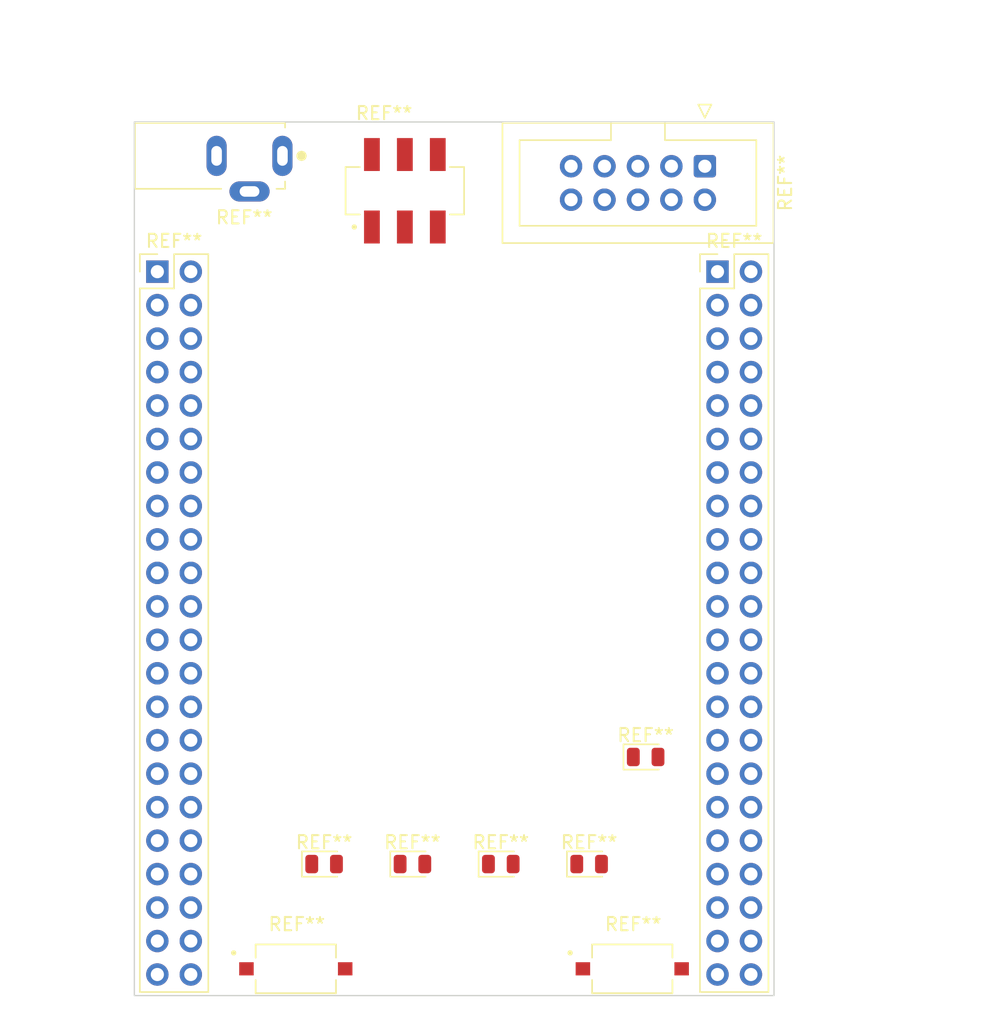
<source format=kicad_pcb>
(kicad_pcb (version 20211014) (generator pcbnew)
  (layers (0 "F.Cu" signal) (31 "B.Cu" signal) (34 "B.Paste" user) (35 "F.Paste" user) (36 "B.SilkS" user "B.Silkscreen") (37 "F.SilkS" user "F.Silkscreen") (38 "B.Mask" user) (39 "F.Mask" user) (44 "Edge.Cuts" user))
  (net 0 "")
  (footprint "SnapEDA Library:CUI_PJ-031D" (layer "F.Cu") (at 118.7196 57.2516 180)
    (fp_text reference "REF**" (at 2.902884 -4.671005) (layer "F.SilkS") (effects (font (size 1.001236 1.001236))))
    (fp_text value "CUI_PJ-031D")
    (fp_line (start 11.2 -2.5) (end 11.2 2.5) (layer "F.SilkS") (width 0.127))
    (fp_line (start 4.65 -2.5) (end 11.2 -2.5) (layer "F.SilkS") (width 0.127))
    (fp_line (start -0.2 -2.5) (end -0.2 -1.95) (layer "F.SilkS") (width 0.127))
    (fp_line (start 0.45 -2.5) (end -0.2 -2.5) (layer "F.SilkS") (width 0.127))
    (fp_line (start -0.2 2.5) (end -0.2 2.15) (layer "F.SilkS") (width 0.127))
    (fp_line (start 11.2 2.5) (end -0.2 2.5) (layer "F.SilkS") (width 0.127))
    (fp_circle (center -1.45 0) (end -1.26 0) (layer "F.SilkS") (width 0.38) (fill none))
    (fp_circle (center -1.45 0) (end -1.26 0) (layer "F.SilkS") (width 0.38) (fill none))
    (pad "1" thru_hole oval locked (at 0 0 180) (size 1.524 3.048) (drill oval 0.8 1.5) (layers *.Cu *.Mask))
    (pad "2" thru_hole oval locked (at 5 0 180) (size 1.524 3.048) (drill oval 0.8 1.5) (layers *.Cu *.Mask))
    (pad "3" thru_hole oval locked (at 2.5 -2.7 180) (size 3.048 1.524) (drill oval 1.5 0.8) (layers *.Cu *.Mask))
  )
  (footprint "Connector_PinHeader_2.54mm:PinHeader_2x22_P2.54mm_Vertical" (layer "F.Cu") (at 151.76 66.04)
    (fp_text reference "REF**" (at 1.27 -2.33) (layer "F.SilkS"))
    (fp_text value "PinHeader_2x22_P2.54mm_Vertical")
    (fp_line (start -1.33 1.27) (end -1.33 54.67) (layer "F.SilkS") (width 0.12))
    (fp_line (start 3.87 -1.33) (end 3.87 54.67) (layer "F.SilkS") (width 0.12))
    (fp_line (start 1.27 1.27) (end 1.27 -1.33) (layer "F.SilkS") (width 0.12))
    (fp_line (start -1.33 0) (end -1.33 -1.33) (layer "F.SilkS") (width 0.12))
    (fp_line (start -1.33 -1.33) (end 0 -1.33) (layer "F.SilkS") (width 0.12))
    (fp_line (start 1.27 -1.33) (end 3.87 -1.33) (layer "F.SilkS") (width 0.12))
    (fp_line (start -1.33 54.67) (end 3.87 54.67) (layer "F.SilkS") (width 0.12))
    (fp_line (start -1.33 1.27) (end 1.27 1.27) (layer "F.SilkS") (width 0.12))
    (pad "1" thru_hole rect (at 0 0) (size 1.7 1.7) (drill 1) (layers *.Cu *.Mask))
    (pad "2" thru_hole oval (at 2.54 0) (size 1.7 1.7) (drill 1) (layers *.Cu *.Mask))
    (pad "3" thru_hole oval (at 0 2.54) (size 1.7 1.7) (drill 1) (layers *.Cu *.Mask))
    (pad "4" thru_hole oval (at 2.54 2.54) (size 1.7 1.7) (drill 1) (layers *.Cu *.Mask))
    (pad "5" thru_hole oval (at 0 5.08) (size 1.7 1.7) (drill 1) (layers *.Cu *.Mask))
    (pad "6" thru_hole oval (at 2.54 5.08) (size 1.7 1.7) (drill 1) (layers *.Cu *.Mask))
    (pad "7" thru_hole oval (at 0 7.62) (size 1.7 1.7) (drill 1) (layers *.Cu *.Mask))
    (pad "8" thru_hole oval (at 2.54 7.62) (size 1.7 1.7) (drill 1) (layers *.Cu *.Mask))
    (pad "9" thru_hole oval (at 0 10.16) (size 1.7 1.7) (drill 1) (layers *.Cu *.Mask))
    (pad "10" thru_hole oval (at 2.54 10.16) (size 1.7 1.7) (drill 1) (layers *.Cu *.Mask))
    (pad "11" thru_hole oval (at 0 12.7) (size 1.7 1.7) (drill 1) (layers *.Cu *.Mask))
    (pad "12" thru_hole oval (at 2.54 12.7) (size 1.7 1.7) (drill 1) (layers *.Cu *.Mask))
    (pad "13" thru_hole oval (at 0 15.24) (size 1.7 1.7) (drill 1) (layers *.Cu *.Mask))
    (pad "14" thru_hole oval (at 2.54 15.24) (size 1.7 1.7) (drill 1) (layers *.Cu *.Mask))
    (pad "15" thru_hole oval (at 0 17.78) (size 1.7 1.7) (drill 1) (layers *.Cu *.Mask))
    (pad "16" thru_hole oval (at 2.54 17.78) (size 1.7 1.7) (drill 1) (layers *.Cu *.Mask))
    (pad "17" thru_hole oval (at 0 20.32) (size 1.7 1.7) (drill 1) (layers *.Cu *.Mask))
    (pad "18" thru_hole oval (at 2.54 20.32) (size 1.7 1.7) (drill 1) (layers *.Cu *.Mask))
    (pad "19" thru_hole oval (at 0 22.86) (size 1.7 1.7) (drill 1) (layers *.Cu *.Mask))
    (pad "20" thru_hole oval (at 2.54 22.86) (size 1.7 1.7) (drill 1) (layers *.Cu *.Mask))
    (pad "21" thru_hole oval (at 0 25.4) (size 1.7 1.7) (drill 1) (layers *.Cu *.Mask))
    (pad "22" thru_hole oval (at 2.54 25.4) (size 1.7 1.7) (drill 1) (layers *.Cu *.Mask))
    (pad "23" thru_hole oval (at 0 27.94) (size 1.7 1.7) (drill 1) (layers *.Cu *.Mask))
    (pad "24" thru_hole oval (at 2.54 27.94) (size 1.7 1.7) (drill 1) (layers *.Cu *.Mask))
    (pad "25" thru_hole oval (at 0 30.48) (size 1.7 1.7) (drill 1) (layers *.Cu *.Mask))
    (pad "26" thru_hole oval (at 2.54 30.48) (size 1.7 1.7) (drill 1) (layers *.Cu *.Mask))
    (pad "27" thru_hole oval (at 0 33.02) (size 1.7 1.7) (drill 1) (layers *.Cu *.Mask))
    (pad "28" thru_hole oval (at 2.54 33.02) (size 1.7 1.7) (drill 1) (layers *.Cu *.Mask))
    (pad "29" thru_hole oval (at 0 35.56) (size 1.7 1.7) (drill 1) (layers *.Cu *.Mask))
    (pad "30" thru_hole oval (at 2.54 35.56) (size 1.7 1.7) (drill 1) (layers *.Cu *.Mask))
    (pad "31" thru_hole oval (at 0 38.1) (size 1.7 1.7) (drill 1) (layers *.Cu *.Mask))
    (pad "32" thru_hole oval (at 2.54 38.1) (size 1.7 1.7) (drill 1) (layers *.Cu *.Mask))
    (pad "33" thru_hole oval (at 0 40.64) (size 1.7 1.7) (drill 1) (layers *.Cu *.Mask))
    (pad "34" thru_hole oval (at 2.54 40.64) (size 1.7 1.7) (drill 1) (layers *.Cu *.Mask))
    (pad "35" thru_hole oval (at 0 43.18) (size 1.7 1.7) (drill 1) (layers *.Cu *.Mask))
    (pad "36" thru_hole oval (at 2.54 43.18) (size 1.7 1.7) (drill 1) (layers *.Cu *.Mask))
    (pad "37" thru_hole oval (at 0 45.72) (size 1.7 1.7) (drill 1) (layers *.Cu *.Mask))
    (pad "38" thru_hole oval (at 2.54 45.72) (size 1.7 1.7) (drill 1) (layers *.Cu *.Mask))
    (pad "39" thru_hole oval (at 0 48.26) (size 1.7 1.7) (drill 1) (layers *.Cu *.Mask))
    (pad "40" thru_hole oval (at 2.54 48.26) (size 1.7 1.7) (drill 1) (layers *.Cu *.Mask))
    (pad "41" thru_hole oval (at 0 50.8) (size 1.7 1.7) (drill 1) (layers *.Cu *.Mask))
    (pad "42" thru_hole oval (at 2.54 50.8) (size 1.7 1.7) (drill 1) (layers *.Cu *.Mask))
    (pad "43" thru_hole oval (at 0 53.34) (size 1.7 1.7) (drill 1) (layers *.Cu *.Mask))
    (pad "44" thru_hole oval (at 2.54 53.34) (size 1.7 1.7) (drill 1) (layers *.Cu *.Mask))
  )
  (footprint "Connector_PinHeader_2.54mm:PinHeader_2x22_P2.54mm_Vertical" (layer "F.Cu") (at 109.22 66.04)
    (fp_text reference "REF**" (at 1.27 -2.33) (layer "F.SilkS"))
    (fp_text value "PinHeader_2x22_P2.54mm_Vertical")
    (fp_line (start -1.33 1.27) (end 1.27 1.27) (layer "F.SilkS") (width 0.12))
    (fp_line (start 1.27 -1.33) (end 3.87 -1.33) (layer "F.SilkS") (width 0.12))
    (fp_line (start 1.27 1.27) (end 1.27 -1.33) (layer "F.SilkS") (width 0.12))
    (fp_line (start -1.33 1.27) (end -1.33 54.67) (layer "F.SilkS") (width 0.12))
    (fp_line (start 3.87 -1.33) (end 3.87 54.67) (layer "F.SilkS") (width 0.12))
    (fp_line (start -1.33 -1.33) (end 0 -1.33) (layer "F.SilkS") (width 0.12))
    (fp_line (start -1.33 0) (end -1.33 -1.33) (layer "F.SilkS") (width 0.12))
    (fp_line (start -1.33 54.67) (end 3.87 54.67) (layer "F.SilkS") (width 0.12))
    (pad "1" thru_hole rect (at 0 0) (size 1.7 1.7) (drill 1) (layers *.Cu *.Mask))
    (pad "2" thru_hole oval (at 2.54 0) (size 1.7 1.7) (drill 1) (layers *.Cu *.Mask))
    (pad "3" thru_hole oval (at 0 2.54) (size 1.7 1.7) (drill 1) (layers *.Cu *.Mask))
    (pad "4" thru_hole oval (at 2.54 2.54) (size 1.7 1.7) (drill 1) (layers *.Cu *.Mask))
    (pad "5" thru_hole oval (at 0 5.08) (size 1.7 1.7) (drill 1) (layers *.Cu *.Mask))
    (pad "6" thru_hole oval (at 2.54 5.08) (size 1.7 1.7) (drill 1) (layers *.Cu *.Mask))
    (pad "7" thru_hole oval (at 0 7.62) (size 1.7 1.7) (drill 1) (layers *.Cu *.Mask))
    (pad "8" thru_hole oval (at 2.54 7.62) (size 1.7 1.7) (drill 1) (layers *.Cu *.Mask))
    (pad "9" thru_hole oval (at 0 10.16) (size 1.7 1.7) (drill 1) (layers *.Cu *.Mask))
    (pad "10" thru_hole oval (at 2.54 10.16) (size 1.7 1.7) (drill 1) (layers *.Cu *.Mask))
    (pad "11" thru_hole oval (at 0 12.7) (size 1.7 1.7) (drill 1) (layers *.Cu *.Mask))
    (pad "12" thru_hole oval (at 2.54 12.7) (size 1.7 1.7) (drill 1) (layers *.Cu *.Mask))
    (pad "13" thru_hole oval (at 0 15.24) (size 1.7 1.7) (drill 1) (layers *.Cu *.Mask))
    (pad "14" thru_hole oval (at 2.54 15.24) (size 1.7 1.7) (drill 1) (layers *.Cu *.Mask))
    (pad "15" thru_hole oval (at 0 17.78) (size 1.7 1.7) (drill 1) (layers *.Cu *.Mask))
    (pad "16" thru_hole oval (at 2.54 17.78) (size 1.7 1.7) (drill 1) (layers *.Cu *.Mask))
    (pad "17" thru_hole oval (at 0 20.32) (size 1.7 1.7) (drill 1) (layers *.Cu *.Mask))
    (pad "18" thru_hole oval (at 2.54 20.32) (size 1.7 1.7) (drill 1) (layers *.Cu *.Mask))
    (pad "19" thru_hole oval (at 0 22.86) (size 1.7 1.7) (drill 1) (layers *.Cu *.Mask))
    (pad "20" thru_hole oval (at 2.54 22.86) (size 1.7 1.7) (drill 1) (layers *.Cu *.Mask))
    (pad "21" thru_hole oval (at 0 25.4) (size 1.7 1.7) (drill 1) (layers *.Cu *.Mask))
    (pad "22" thru_hole oval (at 2.54 25.4) (size 1.7 1.7) (drill 1) (layers *.Cu *.Mask))
    (pad "23" thru_hole oval (at 0 27.94) (size 1.7 1.7) (drill 1) (layers *.Cu *.Mask))
    (pad "24" thru_hole oval (at 2.54 27.94) (size 1.7 1.7) (drill 1) (layers *.Cu *.Mask))
    (pad "25" thru_hole oval (at 0 30.48) (size 1.7 1.7) (drill 1) (layers *.Cu *.Mask))
    (pad "26" thru_hole oval (at 2.54 30.48) (size 1.7 1.7) (drill 1) (layers *.Cu *.Mask))
    (pad "27" thru_hole oval (at 0 33.02) (size 1.7 1.7) (drill 1) (layers *.Cu *.Mask))
    (pad "28" thru_hole oval (at 2.54 33.02) (size 1.7 1.7) (drill 1) (layers *.Cu *.Mask))
    (pad "29" thru_hole oval (at 0 35.56) (size 1.7 1.7) (drill 1) (layers *.Cu *.Mask))
    (pad "30" thru_hole oval (at 2.54 35.56) (size 1.7 1.7) (drill 1) (layers *.Cu *.Mask))
    (pad "31" thru_hole oval (at 0 38.1) (size 1.7 1.7) (drill 1) (layers *.Cu *.Mask))
    (pad "32" thru_hole oval (at 2.54 38.1) (size 1.7 1.7) (drill 1) (layers *.Cu *.Mask))
    (pad "33" thru_hole oval (at 0 40.64) (size 1.7 1.7) (drill 1) (layers *.Cu *.Mask))
    (pad "34" thru_hole oval (at 2.54 40.64) (size 1.7 1.7) (drill 1) (layers *.Cu *.Mask))
    (pad "35" thru_hole oval (at 0 43.18) (size 1.7 1.7) (drill 1) (layers *.Cu *.Mask))
    (pad "36" thru_hole oval (at 2.54 43.18) (size 1.7 1.7) (drill 1) (layers *.Cu *.Mask))
    (pad "37" thru_hole oval (at 0 45.72) (size 1.7 1.7) (drill 1) (layers *.Cu *.Mask))
    (pad "38" thru_hole oval (at 2.54 45.72) (size 1.7 1.7) (drill 1) (layers *.Cu *.Mask))
    (pad "39" thru_hole oval (at 0 48.26) (size 1.7 1.7) (drill 1) (layers *.Cu *.Mask))
    (pad "40" thru_hole oval (at 2.54 48.26) (size 1.7 1.7) (drill 1) (layers *.Cu *.Mask))
    (pad "41" thru_hole oval (at 0 50.8) (size 1.7 1.7) (drill 1) (layers *.Cu *.Mask))
    (pad "42" thru_hole oval (at 2.54 50.8) (size 1.7 1.7) (drill 1) (layers *.Cu *.Mask))
    (pad "43" thru_hole oval (at 0 53.34) (size 1.7 1.7) (drill 1) (layers *.Cu *.Mask))
    (pad "44" thru_hole oval (at 2.54 53.34) (size 1.7 1.7) (drill 1) (layers *.Cu *.Mask))
  )
  (footprint "SnapEDA Library:SW_JS202011SCQN" (layer "F.Cu") (at 128.016 59.9)
    (fp_text reference "REF**" (at -1.575 -5.885) (layer "F.SilkS"))
    (fp_text value "SW_JS202011SCQN")
    (fp_line (start -4.5 1.8) (end -3.42 1.8) (layer "F.SilkS") (width 0.127))
    (fp_line (start 4.5 1.8) (end 4.5 -1.8) (layer "F.SilkS") (width 0.127))
    (fp_line (start -4.5 -1.8) (end -4.5 1.8) (layer "F.SilkS") (width 0.127))
    (fp_line (start -3.42 -1.8) (end -4.5 -1.8) (layer "F.SilkS") (width 0.127))
    (fp_line (start 4.5 -1.8) (end 3.42 -1.8) (layer "F.SilkS") (width 0.127))
    (fp_line (start 3.42 1.8) (end 4.5 1.8) (layer "F.SilkS") (width 0.127))
    (fp_circle (center -3.84 2.75) (end -3.74 2.75) (layer "F.SilkS") (width 0.2) (fill none))
    (pad "1" smd rect locked (at -2.5 2.75) (size 1.2 2.5) (layers "F.Cu" "F.Paste" "F.Mask"))
    (pad "2" smd rect locked (at 0 2.75) (size 1.2 2.5) (layers "F.Cu" "F.Paste" "F.Mask"))
    (pad "3" smd rect locked (at 2.5 2.75) (size 1.2 2.5) (layers "F.Cu" "F.Paste" "F.Mask"))
    (pad "4" smd rect locked (at -2.5 -2.75) (size 1.2 2.5) (layers "F.Cu" "F.Paste" "F.Mask"))
    (pad "5" smd rect locked (at 0 -2.75) (size 1.2 2.5) (layers "F.Cu" "F.Paste" "F.Mask"))
    (pad "6" smd rect locked (at 2.5 -2.75) (size 1.2 2.5) (layers "F.Cu" "F.Paste" "F.Mask"))
  )
  (footprint "LED_SMD:LED_0805_2012Metric" (layer "F.Cu") (at 128.5934 110.998)
    (fp_text reference "REF**" (at 0 -1.65) (layer "F.SilkS"))
    (fp_text value "LED_0805_2012Metric")
    (fp_line (start 1 -0.96) (end -1.685 -0.96) (layer "F.SilkS") (width 0.12))
    (fp_line (start -1.685 -0.96) (end -1.685 0.96) (layer "F.SilkS") (width 0.12))
    (fp_line (start -1.685 0.96) (end 1 0.96) (layer "F.SilkS") (width 0.12))
    (pad "1" smd roundrect (at -0.9375 0) (size 0.975 1.4) (layers "F.Cu" "F.Paste" "F.Mask"))
    (pad "2" smd roundrect (at 0.9375 0) (size 0.975 1.4) (layers "F.Cu" "F.Paste" "F.Mask"))
  )
  (footprint "Connector_IDC:IDC-Header_2x05_P2.54mm_Vertical" (layer "F.Cu") (at 150.7998 58.039 -90)
    (fp_text reference "REF**" (at 1.27 -6.1 90) (layer "F.SilkS"))
    (fp_text value "IDC-Header_2x05_P2.54mm_Vertical")
    (fp_line (start -3.29 15.37) (end -3.29 -5.21) (layer "F.SilkS") (width 0.12))
    (fp_line (start 5.83 -5.21) (end 5.83 15.37) (layer "F.SilkS") (width 0.12))
    (fp_line (start -1.98 7.13) (end -1.98 7.13) (layer "F.SilkS") (width 0.12))
    (fp_line (start -1.98 3.03) (end -1.98 -3.91) (layer "F.SilkS") (width 0.12))
    (fp_line (start -1.98 -3.91) (end 4.52 -3.91) (layer "F.SilkS") (width 0.12))
    (fp_line (start 5.83 15.37) (end -3.29 15.37) (layer "F.SilkS") (width 0.12))
    (fp_line (start -4.68 -0.5) (end -4.68 0.5) (layer "F.SilkS") (width 0.12))
    (fp_line (start -4.68 0.5) (end -3.68 0) (layer "F.SilkS") (width 0.12))
    (fp_line (start -3.68 0) (end -4.68 -0.5) (layer "F.SilkS") (width 0.12))
    (fp_line (start -1.98 7.13) (end -3.29 7.13) (layer "F.SilkS") (width 0.12))
    (fp_line (start -3.29 3.03) (end -1.98 3.03) (layer "F.SilkS") (width 0.12))
    (fp_line (start -1.98 14.07) (end -1.98 7.13) (layer "F.SilkS") (width 0.12))
    (fp_line (start -3.29 -5.21) (end 5.83 -5.21) (layer "F.SilkS") (width 0.12))
    (fp_line (start 4.52 14.07) (end -1.98 14.07) (layer "F.SilkS") (width 0.12))
    (fp_line (start 4.52 -3.91) (end 4.52 14.07) (layer "F.SilkS") (width 0.12))
    (pad "1" thru_hole roundrect (at 0 0 270) (size 1.7 1.7) (drill 1) (layers *.Cu *.Mask) (roundrect_rratio 0.147059))
    (pad "2" thru_hole circle (at 2.54 0 270) (size 1.7 1.7) (drill 1) (layers *.Cu *.Mask))
    (pad "3" thru_hole circle (at 0 2.54 270) (size 1.7 1.7) (drill 1) (layers *.Cu *.Mask))
    (pad "4" thru_hole circle (at 2.54 2.54 270) (size 1.7 1.7) (drill 1) (layers *.Cu *.Mask))
    (pad "5" thru_hole circle (at 0 5.08 270) (size 1.7 1.7) (drill 1) (layers *.Cu *.Mask))
    (pad "6" thru_hole circle (at 2.54 5.08 270) (size 1.7 1.7) (drill 1) (layers *.Cu *.Mask))
    (pad "7" thru_hole circle (at 0 7.62 270) (size 1.7 1.7) (drill 1) (layers *.Cu *.Mask))
    (pad "8" thru_hole circle (at 2.54 7.62 270) (size 1.7 1.7) (drill 1) (layers *.Cu *.Mask))
    (pad "9" thru_hole circle (at 0 10.16 270) (size 1.7 1.7) (drill 1) (layers *.Cu *.Mask))
    (pad "10" thru_hole circle (at 2.54 10.16 270) (size 1.7 1.7) (drill 1) (layers *.Cu *.Mask))
  )
  (footprint "SnapEDA Library:SW_TS09-63-25-WT-160-SMT-TR" (layer "F.Cu") (at 145.288 118.9482)
    (fp_text reference "REF**" (at 0.075 -3.385) (layer "F.SilkS"))
    (fp_text value "SW_TS09-63-25-WT-160-SMT-TR")
    (fp_line (start 3.05 1.85) (end 3.05 0.85) (layer "F.SilkS") (width 0.127))
    (fp_line (start -3.05 -0.85) (end -3.05 -1.85) (layer "F.SilkS") (width 0.127))
    (fp_line (start -3.05 1.85) (end 3.05 1.85) (layer "F.SilkS") (width 0.127))
    (fp_line (start 3.05 -1.85) (end 3.05 -0.85) (layer "F.SilkS") (width 0.127))
    (fp_line (start -3.05 0.85) (end -3.05 1.85) (layer "F.SilkS") (width 0.127))
    (fp_line (start -3.05 -1.85) (end 3.05 -1.85) (layer "F.SilkS") (width 0.127))
    (fp_circle (center -4.72 -1.21) (end -4.62 -1.21) (layer "F.SilkS") (width 0.2) (fill none))
    (pad "1" smd rect locked (at -3.75 0) (size 1.1 1) (layers "F.Cu" "F.Paste" "F.Mask"))
    (pad "2" smd rect locked (at 3.75 0) (size 1.1 1) (layers "F.Cu" "F.Paste" "F.Mask"))
  )
  (footprint "LED_SMD:LED_0805_2012Metric" (layer "F.Cu") (at 121.8844 110.998)
    (fp_text reference "REF**" (at 0 -1.65) (layer "F.SilkS"))
    (fp_text value "LED_0805_2012Metric")
    (fp_line (start -1.685 0.96) (end 1 0.96) (layer "F.SilkS") (width 0.12))
    (fp_line (start -1.685 -0.96) (end -1.685 0.96) (layer "F.SilkS") (width 0.12))
    (fp_line (start 1 -0.96) (end -1.685 -0.96) (layer "F.SilkS") (width 0.12))
    (pad "1" smd roundrect (at -0.9375 0) (size 0.975 1.4) (layers "F.Cu" "F.Paste" "F.Mask"))
    (pad "2" smd roundrect (at 0.9375 0) (size 0.975 1.4) (layers "F.Cu" "F.Paste" "F.Mask"))
  )
  (footprint "LED_SMD:LED_0805_2012Metric" (layer "F.Cu") (at 146.304 102.87)
    (fp_text reference "REF**" (at 0 -1.65) (layer "F.SilkS"))
    (fp_text value "LED_0805_2012Metric")
    (fp_line (start 1 -0.96) (end -1.685 -0.96) (layer "F.SilkS") (width 0.12))
    (fp_line (start -1.685 -0.96) (end -1.685 0.96) (layer "F.SilkS") (width 0.12))
    (fp_line (start -1.685 0.96) (end 1 0.96) (layer "F.SilkS") (width 0.12))
    (pad "1" smd roundrect (at -0.9375 0) (size 0.975 1.4) (layers "F.Cu" "F.Paste" "F.Mask"))
    (pad "2" smd roundrect (at 0.9375 0) (size 0.975 1.4) (layers "F.Cu" "F.Paste" "F.Mask"))
  )
  (footprint "LED_SMD:LED_0805_2012Metric" (layer "F.Cu") (at 135.3024 110.998)
    (fp_text reference "REF**" (at 0 -1.65) (layer "F.SilkS"))
    (fp_text value "LED_0805_2012Metric")
    (fp_line (start -1.685 -0.96) (end -1.685 0.96) (layer "F.SilkS") (width 0.12))
    (fp_line (start 1 -0.96) (end -1.685 -0.96) (layer "F.SilkS") (width 0.12))
    (fp_line (start -1.685 0.96) (end 1 0.96) (layer "F.SilkS") (width 0.12))
    (pad "1" smd roundrect (at -0.9375 0) (size 0.975 1.4) (layers "F.Cu" "F.Paste" "F.Mask"))
    (pad "2" smd roundrect (at 0.9375 0) (size 0.975 1.4) (layers "F.Cu" "F.Paste" "F.Mask"))
  )
  (footprint "LED_SMD:LED_0805_2012Metric" (layer "F.Cu") (at 142.0114 110.998)
    (fp_text reference "REF**" (at 0 -1.65) (layer "F.SilkS"))
    (fp_text value "LED_0805_2012Metric")
    (fp_line (start -1.685 0.96) (end 1 0.96) (layer "F.SilkS") (width 0.12))
    (fp_line (start 1 -0.96) (end -1.685 -0.96) (layer "F.SilkS") (width 0.12))
    (fp_line (start -1.685 -0.96) (end -1.685 0.96) (layer "F.SilkS") (width 0.12))
    (pad "1" smd roundrect (at -0.9375 0) (size 0.975 1.4) (layers "F.Cu" "F.Paste" "F.Mask"))
    (pad "2" smd roundrect (at 0.9375 0) (size 0.975 1.4) (layers "F.Cu" "F.Paste" "F.Mask"))
  )
  (footprint "SnapEDA Library:SW_TS09-63-25-WT-160-SMT-TR" (layer "F.Cu") (at 119.7356 118.9482)
    (fp_text reference "REF**" (at 0.075 -3.385) (layer "F.SilkS"))
    (fp_text value "SW_TS09-63-25-WT-160-SMT-TR")
    (fp_line (start -3.05 -0.85) (end -3.05 -1.85) (layer "F.SilkS") (width 0.127))
    (fp_line (start -3.05 -1.85) (end 3.05 -1.85) (layer "F.SilkS") (width 0.127))
    (fp_line (start -3.05 0.85) (end -3.05 1.85) (layer "F.SilkS") (width 0.127))
    (fp_line (start 3.05 1.85) (end 3.05 0.85) (layer "F.SilkS") (width 0.127))
    (fp_line (start 3.05 -1.85) (end 3.05 -0.85) (layer "F.SilkS") (width 0.127))
    (fp_line (start -3.05 1.85) (end 3.05 1.85) (layer "F.SilkS") (width 0.127))
    (fp_circle (center -4.72 -1.21) (end -4.62 -1.21) (layer "F.SilkS") (width 0.2) (fill none))
    (pad "1" smd rect locked (at -3.75 0) (size 1.1 1) (layers "F.Cu" "F.Paste" "F.Mask"))
    (pad "2" smd rect locked (at 3.75 0) (size 1.1 1) (layers "F.Cu" "F.Paste" "F.Mask"))
  )
  (gr_rect (start 107.4722 120.9802) (end 156.0528 54.6802) (layer "Edge.Cuts") (width 0.1) (fill none))
)
</source>
